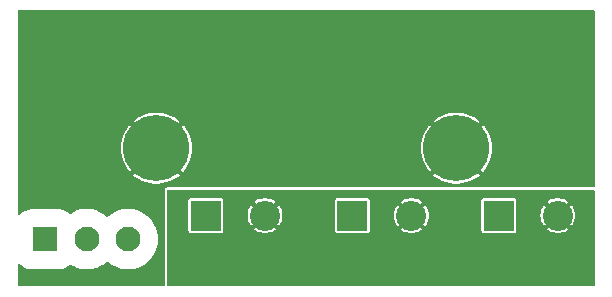
<source format=gbr>
%TF.GenerationSoftware,KiCad,Pcbnew,8.0.8*%
%TF.CreationDate,2025-03-09T17:27:28+01:00*%
%TF.ProjectId,02-dual-high-current-switch,30322d64-7561-46c2-9d68-6967682d6375,rev?*%
%TF.SameCoordinates,Original*%
%TF.FileFunction,Copper,L1,Top*%
%TF.FilePolarity,Positive*%
%FSLAX46Y46*%
G04 Gerber Fmt 4.6, Leading zero omitted, Abs format (unit mm)*
G04 Created by KiCad (PCBNEW 8.0.8) date 2025-03-09 17:27:28*
%MOMM*%
%LPD*%
G01*
G04 APERTURE LIST*
%TA.AperFunction,ComponentPad*%
%ADD10R,2.550000X2.550000*%
%TD*%
%TA.AperFunction,ComponentPad*%
%ADD11C,2.550000*%
%TD*%
%TA.AperFunction,ComponentPad*%
%ADD12R,2.100000X2.100000*%
%TD*%
%TA.AperFunction,ComponentPad*%
%ADD13C,2.100000*%
%TD*%
%TA.AperFunction,ComponentPad*%
%ADD14C,5.600000*%
%TD*%
%TA.AperFunction,ViaPad*%
%ADD15C,0.600000*%
%TD*%
G04 APERTURE END LIST*
D10*
%TO.P,J4,1,Pin_1*%
%TO.N,Net-(D3-A)*%
X194400000Y-132700000D03*
D11*
%TO.P,J4,2,Pin_2*%
%TO.N,+24V*%
X199400000Y-132700000D03*
%TD*%
D10*
%TO.P,J1,1,Pin_1*%
%TO.N,GND*%
X206800000Y-132700000D03*
D11*
%TO.P,J1,2,Pin_2*%
%TO.N,+24V*%
X211800000Y-132700000D03*
%TD*%
D10*
%TO.P,J3,1,Pin_1*%
%TO.N,Net-(D2-A)*%
X182000000Y-132700000D03*
D11*
%TO.P,J3,2,Pin_2*%
%TO.N,+24V*%
X187000000Y-132700000D03*
%TD*%
D12*
%TO.P,J2,1,Pin_1*%
%TO.N,Net-(J2-Pin_1)*%
X168397500Y-134700000D03*
D13*
%TO.P,J2,2,Pin_2*%
%TO.N,Net-(J2-Pin_2)*%
X171897500Y-134700000D03*
%TO.P,J2,3,Pin_3*%
%TO.N,Net-(J2-Pin_3)*%
X175397500Y-134700000D03*
%TD*%
D14*
%TO.P,H4,1,1*%
%TO.N,GND*%
X203200000Y-127000000D03*
%TD*%
%TO.P,H2,1,1*%
%TO.N,GND*%
X177800000Y-127000000D03*
%TD*%
D15*
%TO.N,GND*%
X201700000Y-120700000D03*
X189100000Y-120700000D03*
%TD*%
%TA.AperFunction,Conductor*%
%TO.N,+24V*%
G36*
X214858691Y-130518907D02*
G01*
X214894655Y-130568407D01*
X214899500Y-130599000D01*
X214899500Y-138600500D01*
X214880593Y-138658691D01*
X214831093Y-138694655D01*
X214800500Y-138699500D01*
X178799000Y-138699500D01*
X178740809Y-138680593D01*
X178704845Y-138631093D01*
X178700000Y-138600500D01*
X178700000Y-131405253D01*
X180524500Y-131405253D01*
X180524500Y-133994746D01*
X180524501Y-133994758D01*
X180536132Y-134053227D01*
X180536134Y-134053233D01*
X180580445Y-134119548D01*
X180580448Y-134119552D01*
X180646769Y-134163867D01*
X180691231Y-134172711D01*
X180705241Y-134175498D01*
X180705246Y-134175498D01*
X180705252Y-134175500D01*
X180705253Y-134175500D01*
X183294747Y-134175500D01*
X183294748Y-134175500D01*
X183353231Y-134163867D01*
X183419552Y-134119552D01*
X183463867Y-134053231D01*
X183475500Y-133994748D01*
X183475500Y-132700000D01*
X185519945Y-132700000D01*
X185540130Y-132943607D01*
X185600138Y-133180573D01*
X185698329Y-133404427D01*
X185698332Y-133404432D01*
X185822567Y-133594587D01*
X186273891Y-133143262D01*
X186339762Y-133241844D01*
X186458156Y-133360238D01*
X186556734Y-133426105D01*
X186107994Y-133874845D01*
X186107995Y-133874846D01*
X186190483Y-133939049D01*
X186190486Y-133939051D01*
X186405465Y-134055393D01*
X186636669Y-134134766D01*
X186877778Y-134175000D01*
X187122222Y-134175000D01*
X187363330Y-134134766D01*
X187594534Y-134055393D01*
X187809513Y-133939051D01*
X187809517Y-133939048D01*
X187892003Y-133874846D01*
X187443263Y-133426106D01*
X187541844Y-133360238D01*
X187660238Y-133241844D01*
X187726107Y-133143263D01*
X188177431Y-133594587D01*
X188301667Y-133404432D01*
X188301670Y-133404427D01*
X188399861Y-133180573D01*
X188459869Y-132943607D01*
X188480054Y-132700000D01*
X188459869Y-132456392D01*
X188399861Y-132219426D01*
X188301670Y-131995572D01*
X188301667Y-131995567D01*
X188177431Y-131805411D01*
X187726106Y-132256735D01*
X187660238Y-132158156D01*
X187541844Y-132039762D01*
X187443262Y-131973892D01*
X187892003Y-131525152D01*
X187809516Y-131460950D01*
X187809513Y-131460948D01*
X187706599Y-131405253D01*
X192924500Y-131405253D01*
X192924500Y-133994746D01*
X192924501Y-133994758D01*
X192936132Y-134053227D01*
X192936134Y-134053233D01*
X192980445Y-134119548D01*
X192980448Y-134119552D01*
X193046769Y-134163867D01*
X193091231Y-134172711D01*
X193105241Y-134175498D01*
X193105246Y-134175498D01*
X193105252Y-134175500D01*
X193105253Y-134175500D01*
X195694747Y-134175500D01*
X195694748Y-134175500D01*
X195753231Y-134163867D01*
X195819552Y-134119552D01*
X195863867Y-134053231D01*
X195875500Y-133994748D01*
X195875500Y-132700000D01*
X197919945Y-132700000D01*
X197940130Y-132943607D01*
X198000138Y-133180573D01*
X198098329Y-133404427D01*
X198098332Y-133404432D01*
X198222567Y-133594587D01*
X198673891Y-133143262D01*
X198739762Y-133241844D01*
X198858156Y-133360238D01*
X198956734Y-133426105D01*
X198507994Y-133874845D01*
X198507995Y-133874846D01*
X198590483Y-133939049D01*
X198590486Y-133939051D01*
X198805465Y-134055393D01*
X199036669Y-134134766D01*
X199277778Y-134175000D01*
X199522222Y-134175000D01*
X199763330Y-134134766D01*
X199994534Y-134055393D01*
X200209513Y-133939051D01*
X200209517Y-133939048D01*
X200292003Y-133874846D01*
X199843263Y-133426106D01*
X199941844Y-133360238D01*
X200060238Y-133241844D01*
X200126107Y-133143263D01*
X200577431Y-133594587D01*
X200701667Y-133404432D01*
X200701670Y-133404427D01*
X200799861Y-133180573D01*
X200859869Y-132943607D01*
X200880054Y-132700000D01*
X200859869Y-132456392D01*
X200799861Y-132219426D01*
X200701670Y-131995572D01*
X200701667Y-131995567D01*
X200577431Y-131805411D01*
X200126106Y-132256735D01*
X200060238Y-132158156D01*
X199941844Y-132039762D01*
X199843262Y-131973892D01*
X200292003Y-131525152D01*
X200209516Y-131460950D01*
X200209513Y-131460948D01*
X200106599Y-131405253D01*
X205324500Y-131405253D01*
X205324500Y-133994746D01*
X205324501Y-133994758D01*
X205336132Y-134053227D01*
X205336134Y-134053233D01*
X205380445Y-134119548D01*
X205380448Y-134119552D01*
X205446769Y-134163867D01*
X205491231Y-134172711D01*
X205505241Y-134175498D01*
X205505246Y-134175498D01*
X205505252Y-134175500D01*
X205505253Y-134175500D01*
X208094747Y-134175500D01*
X208094748Y-134175500D01*
X208153231Y-134163867D01*
X208219552Y-134119552D01*
X208263867Y-134053231D01*
X208275500Y-133994748D01*
X208275500Y-132700000D01*
X210319945Y-132700000D01*
X210340130Y-132943607D01*
X210400138Y-133180573D01*
X210498329Y-133404427D01*
X210498332Y-133404432D01*
X210622567Y-133594587D01*
X211073891Y-133143262D01*
X211139762Y-133241844D01*
X211258156Y-133360238D01*
X211356734Y-133426105D01*
X210907994Y-133874845D01*
X210907995Y-133874846D01*
X210990483Y-133939049D01*
X210990486Y-133939051D01*
X211205465Y-134055393D01*
X211436669Y-134134766D01*
X211677778Y-134175000D01*
X211922222Y-134175000D01*
X212163330Y-134134766D01*
X212394534Y-134055393D01*
X212609513Y-133939051D01*
X212609517Y-133939048D01*
X212692003Y-133874846D01*
X212243263Y-133426106D01*
X212341844Y-133360238D01*
X212460238Y-133241844D01*
X212526107Y-133143263D01*
X212977431Y-133594587D01*
X213101667Y-133404432D01*
X213101670Y-133404427D01*
X213199861Y-133180573D01*
X213259869Y-132943607D01*
X213280054Y-132700000D01*
X213259869Y-132456392D01*
X213199861Y-132219426D01*
X213101670Y-131995572D01*
X213101667Y-131995567D01*
X212977431Y-131805411D01*
X212526106Y-132256735D01*
X212460238Y-132158156D01*
X212341844Y-132039762D01*
X212243262Y-131973892D01*
X212692003Y-131525152D01*
X212609516Y-131460950D01*
X212609513Y-131460948D01*
X212394534Y-131344606D01*
X212163330Y-131265233D01*
X211922222Y-131225000D01*
X211677778Y-131225000D01*
X211436669Y-131265233D01*
X211205465Y-131344606D01*
X210990489Y-131460947D01*
X210907995Y-131525152D01*
X211356736Y-131973892D01*
X211258156Y-132039762D01*
X211139762Y-132158156D01*
X211073892Y-132256736D01*
X210622568Y-131805412D01*
X210498329Y-131995574D01*
X210400138Y-132219426D01*
X210340130Y-132456392D01*
X210319945Y-132700000D01*
X208275500Y-132700000D01*
X208275500Y-131405252D01*
X208263867Y-131346769D01*
X208219552Y-131280448D01*
X208196782Y-131265233D01*
X208153233Y-131236134D01*
X208153231Y-131236133D01*
X208153228Y-131236132D01*
X208153227Y-131236132D01*
X208094758Y-131224501D01*
X208094748Y-131224500D01*
X205505252Y-131224500D01*
X205505251Y-131224500D01*
X205505241Y-131224501D01*
X205446772Y-131236132D01*
X205446766Y-131236134D01*
X205380451Y-131280445D01*
X205380445Y-131280451D01*
X205336134Y-131346766D01*
X205336132Y-131346772D01*
X205324501Y-131405241D01*
X205324500Y-131405253D01*
X200106599Y-131405253D01*
X199994534Y-131344606D01*
X199763330Y-131265233D01*
X199522222Y-131225000D01*
X199277778Y-131225000D01*
X199036669Y-131265233D01*
X198805465Y-131344606D01*
X198590489Y-131460947D01*
X198507995Y-131525152D01*
X198956736Y-131973892D01*
X198858156Y-132039762D01*
X198739762Y-132158156D01*
X198673892Y-132256736D01*
X198222568Y-131805412D01*
X198098329Y-131995574D01*
X198000138Y-132219426D01*
X197940130Y-132456392D01*
X197919945Y-132700000D01*
X195875500Y-132700000D01*
X195875500Y-131405252D01*
X195863867Y-131346769D01*
X195819552Y-131280448D01*
X195796782Y-131265233D01*
X195753233Y-131236134D01*
X195753231Y-131236133D01*
X195753228Y-131236132D01*
X195753227Y-131236132D01*
X195694758Y-131224501D01*
X195694748Y-131224500D01*
X193105252Y-131224500D01*
X193105251Y-131224500D01*
X193105241Y-131224501D01*
X193046772Y-131236132D01*
X193046766Y-131236134D01*
X192980451Y-131280445D01*
X192980445Y-131280451D01*
X192936134Y-131346766D01*
X192936132Y-131346772D01*
X192924501Y-131405241D01*
X192924500Y-131405253D01*
X187706599Y-131405253D01*
X187594534Y-131344606D01*
X187363330Y-131265233D01*
X187122222Y-131225000D01*
X186877778Y-131225000D01*
X186636669Y-131265233D01*
X186405465Y-131344606D01*
X186190489Y-131460947D01*
X186107995Y-131525152D01*
X186556736Y-131973892D01*
X186458156Y-132039762D01*
X186339762Y-132158156D01*
X186273892Y-132256736D01*
X185822568Y-131805412D01*
X185698329Y-131995574D01*
X185600138Y-132219426D01*
X185540130Y-132456392D01*
X185519945Y-132700000D01*
X183475500Y-132700000D01*
X183475500Y-131405252D01*
X183463867Y-131346769D01*
X183419552Y-131280448D01*
X183396782Y-131265233D01*
X183353233Y-131236134D01*
X183353231Y-131236133D01*
X183353228Y-131236132D01*
X183353227Y-131236132D01*
X183294758Y-131224501D01*
X183294748Y-131224500D01*
X180705252Y-131224500D01*
X180705251Y-131224500D01*
X180705241Y-131224501D01*
X180646772Y-131236132D01*
X180646766Y-131236134D01*
X180580451Y-131280445D01*
X180580445Y-131280451D01*
X180536134Y-131346766D01*
X180536132Y-131346772D01*
X180524501Y-131405241D01*
X180524500Y-131405253D01*
X178700000Y-131405253D01*
X178700000Y-130599000D01*
X178718907Y-130540809D01*
X178768407Y-130504845D01*
X178799000Y-130500000D01*
X214800500Y-130500000D01*
X214858691Y-130518907D01*
G37*
%TD.AperFunction*%
%TD*%
%TA.AperFunction,Conductor*%
%TO.N,GND*%
G36*
X214858691Y-115319407D02*
G01*
X214894655Y-115368907D01*
X214899500Y-115399500D01*
X214899500Y-130195500D01*
X214880593Y-130253691D01*
X214831093Y-130289655D01*
X214800500Y-130294500D01*
X178799000Y-130294500D01*
X178766856Y-130297030D01*
X178736206Y-130301883D01*
X178731718Y-130302646D01*
X178731713Y-130302647D01*
X178647617Y-130338591D01*
X178598118Y-130374555D01*
X178570372Y-130398797D01*
X178523464Y-130477307D01*
X178523462Y-130477310D01*
X178504556Y-130535499D01*
X178494500Y-130598996D01*
X178494500Y-138600500D01*
X178475593Y-138658691D01*
X178426093Y-138694655D01*
X178395500Y-138699500D01*
X166199500Y-138699500D01*
X166141309Y-138680593D01*
X166105345Y-138631093D01*
X166100500Y-138600500D01*
X166100500Y-136869418D01*
X166119407Y-136811227D01*
X166168907Y-136775263D01*
X166230093Y-136775263D01*
X166275044Y-136805434D01*
X166282850Y-136814650D01*
X166331990Y-136856270D01*
X166472603Y-136975364D01*
X166472608Y-136975367D01*
X166686221Y-137102653D01*
X166686224Y-137102654D01*
X166686227Y-137102656D01*
X166917886Y-137193050D01*
X167161263Y-137244081D01*
X167264658Y-137250500D01*
X167264669Y-137250500D01*
X169530331Y-137250500D01*
X169530342Y-137250500D01*
X169633737Y-137244081D01*
X169877114Y-137193050D01*
X170108773Y-137102656D01*
X170322394Y-136975366D01*
X170435640Y-136879450D01*
X170492263Y-136856270D01*
X170547316Y-136868241D01*
X170711473Y-136958486D01*
X170809403Y-137012324D01*
X170809404Y-137012324D01*
X170809409Y-137012327D01*
X170961072Y-137072374D01*
X171107794Y-137130466D01*
X171418639Y-137210277D01*
X171737036Y-137250500D01*
X172057964Y-137250500D01*
X172376361Y-137210277D01*
X172687206Y-137130466D01*
X172934188Y-137032678D01*
X172985595Y-137012325D01*
X172985597Y-137012324D01*
X173266828Y-136857716D01*
X173526464Y-136669080D01*
X173579730Y-136619059D01*
X173635092Y-136593009D01*
X173695194Y-136604474D01*
X173715269Y-136619059D01*
X173768536Y-136669080D01*
X174028172Y-136857716D01*
X174028179Y-136857719D01*
X174028182Y-136857722D01*
X174309401Y-137012323D01*
X174309404Y-137012325D01*
X174458598Y-137071395D01*
X174607794Y-137130466D01*
X174918639Y-137210277D01*
X175237036Y-137250500D01*
X175557964Y-137250500D01*
X175876361Y-137210277D01*
X176187206Y-137130466D01*
X176434188Y-137032678D01*
X176485595Y-137012325D01*
X176485597Y-137012324D01*
X176766828Y-136857716D01*
X177026464Y-136669080D01*
X177260411Y-136449390D01*
X177464978Y-136202110D01*
X177636939Y-135931142D01*
X177773584Y-135640758D01*
X177872756Y-135335538D01*
X177932892Y-135020294D01*
X177953043Y-134700000D01*
X177932892Y-134379706D01*
X177872756Y-134064462D01*
X177773584Y-133759242D01*
X177636939Y-133468858D01*
X177636935Y-133468853D01*
X177636931Y-133468844D01*
X177464978Y-133197890D01*
X177260416Y-132950616D01*
X177260406Y-132950605D01*
X177026466Y-132730922D01*
X177026464Y-132730920D01*
X176766828Y-132542284D01*
X176766822Y-132542280D01*
X176766817Y-132542277D01*
X176485598Y-132387676D01*
X176485595Y-132387674D01*
X176187206Y-132269534D01*
X175876361Y-132189723D01*
X175876354Y-132189722D01*
X175876358Y-132189722D01*
X175557964Y-132149500D01*
X175237036Y-132149500D01*
X174918643Y-132189722D01*
X174607793Y-132269534D01*
X174309404Y-132387674D01*
X174309401Y-132387676D01*
X174028182Y-132542277D01*
X174028173Y-132542283D01*
X174028172Y-132542284D01*
X173968897Y-132585350D01*
X173768533Y-132730922D01*
X173715270Y-132780939D01*
X173659907Y-132806990D01*
X173599806Y-132795525D01*
X173579730Y-132780939D01*
X173526466Y-132730922D01*
X173526464Y-132730920D01*
X173266828Y-132542284D01*
X173266822Y-132542280D01*
X173266817Y-132542277D01*
X172985598Y-132387676D01*
X172985595Y-132387674D01*
X172687206Y-132269534D01*
X172376361Y-132189723D01*
X172376354Y-132189722D01*
X172376358Y-132189722D01*
X172057964Y-132149500D01*
X171737036Y-132149500D01*
X171418643Y-132189722D01*
X171107793Y-132269534D01*
X170809409Y-132387672D01*
X170547317Y-132531758D01*
X170487216Y-132543222D01*
X170435640Y-132520548D01*
X170322396Y-132424635D01*
X170322391Y-132424632D01*
X170108778Y-132297346D01*
X170108764Y-132297340D01*
X169877116Y-132206950D01*
X169633736Y-132155918D01*
X169530351Y-132149500D01*
X169530342Y-132149500D01*
X167264658Y-132149500D01*
X167264648Y-132149500D01*
X167161263Y-132155918D01*
X166917883Y-132206950D01*
X166686235Y-132297340D01*
X166686221Y-132297346D01*
X166472608Y-132424632D01*
X166472603Y-132424635D01*
X166282855Y-132585345D01*
X166282843Y-132585357D01*
X166275044Y-132594566D01*
X166223007Y-132626750D01*
X166161991Y-132622200D01*
X166115302Y-132582655D01*
X166100500Y-132530581D01*
X166100500Y-127000000D01*
X174794916Y-127000000D01*
X174815235Y-127348871D01*
X174875917Y-127693015D01*
X174976144Y-128027798D01*
X174976145Y-128027800D01*
X175114556Y-128348672D01*
X175114559Y-128348679D01*
X175289288Y-128651319D01*
X175289290Y-128651322D01*
X175497969Y-128931626D01*
X175497973Y-128931632D01*
X175540474Y-128976680D01*
X176535502Y-127981651D01*
X176579588Y-128042330D01*
X176757670Y-128220412D01*
X176818346Y-128264495D01*
X175824370Y-129258472D01*
X176005493Y-129410451D01*
X176297452Y-129602476D01*
X176609744Y-129759315D01*
X176609748Y-129759316D01*
X176938136Y-129878840D01*
X177278162Y-129959428D01*
X177625273Y-130000000D01*
X177974727Y-130000000D01*
X178321837Y-129959428D01*
X178661863Y-129878840D01*
X178990251Y-129759316D01*
X178990255Y-129759315D01*
X179302547Y-129602476D01*
X179594509Y-129410449D01*
X179594514Y-129410445D01*
X179775628Y-129258472D01*
X178781652Y-128264496D01*
X178842330Y-128220412D01*
X179020412Y-128042330D01*
X179064496Y-127981652D01*
X180059524Y-128976680D01*
X180102025Y-128931633D01*
X180102030Y-128931627D01*
X180310709Y-128651322D01*
X180310711Y-128651319D01*
X180485440Y-128348679D01*
X180485443Y-128348672D01*
X180623854Y-128027800D01*
X180623855Y-128027798D01*
X180724082Y-127693015D01*
X180784764Y-127348871D01*
X180805083Y-127000000D01*
X200194916Y-127000000D01*
X200215235Y-127348871D01*
X200275917Y-127693015D01*
X200376144Y-128027798D01*
X200376145Y-128027800D01*
X200514556Y-128348672D01*
X200514559Y-128348679D01*
X200689288Y-128651319D01*
X200689290Y-128651322D01*
X200897969Y-128931626D01*
X200897973Y-128931632D01*
X200940474Y-128976680D01*
X201935502Y-127981651D01*
X201979588Y-128042330D01*
X202157670Y-128220412D01*
X202218346Y-128264495D01*
X201224370Y-129258472D01*
X201405493Y-129410451D01*
X201697452Y-129602476D01*
X202009744Y-129759315D01*
X202009748Y-129759316D01*
X202338136Y-129878840D01*
X202678162Y-129959428D01*
X203025273Y-130000000D01*
X203374727Y-130000000D01*
X203721837Y-129959428D01*
X204061863Y-129878840D01*
X204390251Y-129759316D01*
X204390255Y-129759315D01*
X204702547Y-129602476D01*
X204994509Y-129410449D01*
X204994514Y-129410445D01*
X205175628Y-129258472D01*
X204181652Y-128264496D01*
X204242330Y-128220412D01*
X204420412Y-128042330D01*
X204464496Y-127981652D01*
X205459524Y-128976680D01*
X205502025Y-128931633D01*
X205502030Y-128931627D01*
X205710709Y-128651322D01*
X205710711Y-128651319D01*
X205885440Y-128348679D01*
X205885443Y-128348672D01*
X206023854Y-128027800D01*
X206023855Y-128027798D01*
X206124082Y-127693015D01*
X206184764Y-127348871D01*
X206205083Y-127000000D01*
X206184764Y-126651128D01*
X206124082Y-126306984D01*
X206023855Y-125972201D01*
X206023854Y-125972199D01*
X205885443Y-125651327D01*
X205885440Y-125651320D01*
X205710711Y-125348680D01*
X205710709Y-125348677D01*
X205502030Y-125068373D01*
X205502026Y-125068367D01*
X205459524Y-125023318D01*
X204464495Y-126018346D01*
X204420412Y-125957670D01*
X204242330Y-125779588D01*
X204181651Y-125735502D01*
X205175628Y-124741526D01*
X204994506Y-124589548D01*
X204702547Y-124397523D01*
X204390255Y-124240684D01*
X204390251Y-124240683D01*
X204061863Y-124121159D01*
X203721837Y-124040571D01*
X203374727Y-124000000D01*
X203025273Y-124000000D01*
X202678162Y-124040571D01*
X202338136Y-124121159D01*
X202009748Y-124240683D01*
X202009744Y-124240684D01*
X201697452Y-124397523D01*
X201405493Y-124589548D01*
X201224370Y-124741526D01*
X202218347Y-125735503D01*
X202157670Y-125779588D01*
X201979588Y-125957670D01*
X201935503Y-126018347D01*
X200940474Y-125023318D01*
X200897974Y-125068366D01*
X200897968Y-125068374D01*
X200689290Y-125348677D01*
X200689288Y-125348680D01*
X200514559Y-125651320D01*
X200514556Y-125651327D01*
X200376145Y-125972199D01*
X200376144Y-125972201D01*
X200275917Y-126306984D01*
X200215235Y-126651128D01*
X200194916Y-127000000D01*
X180805083Y-127000000D01*
X180784764Y-126651128D01*
X180724082Y-126306984D01*
X180623855Y-125972201D01*
X180623854Y-125972199D01*
X180485443Y-125651327D01*
X180485440Y-125651320D01*
X180310711Y-125348680D01*
X180310709Y-125348677D01*
X180102030Y-125068373D01*
X180102026Y-125068367D01*
X180059524Y-125023318D01*
X179064495Y-126018346D01*
X179020412Y-125957670D01*
X178842330Y-125779588D01*
X178781651Y-125735502D01*
X179775628Y-124741526D01*
X179594506Y-124589548D01*
X179302547Y-124397523D01*
X178990255Y-124240684D01*
X178990251Y-124240683D01*
X178661863Y-124121159D01*
X178321837Y-124040571D01*
X177974727Y-124000000D01*
X177625273Y-124000000D01*
X177278162Y-124040571D01*
X176938136Y-124121159D01*
X176609748Y-124240683D01*
X176609744Y-124240684D01*
X176297452Y-124397523D01*
X176005493Y-124589548D01*
X175824370Y-124741526D01*
X176818347Y-125735503D01*
X176757670Y-125779588D01*
X176579588Y-125957670D01*
X176535503Y-126018347D01*
X175540474Y-125023318D01*
X175497974Y-125068366D01*
X175497968Y-125068374D01*
X175289290Y-125348677D01*
X175289288Y-125348680D01*
X175114559Y-125651320D01*
X175114556Y-125651327D01*
X174976145Y-125972199D01*
X174976144Y-125972201D01*
X174875917Y-126306984D01*
X174815235Y-126651128D01*
X174794916Y-127000000D01*
X166100500Y-127000000D01*
X166100500Y-115399500D01*
X166119407Y-115341309D01*
X166168907Y-115305345D01*
X166199500Y-115300500D01*
X214800500Y-115300500D01*
X214858691Y-115319407D01*
G37*
%TD.AperFunction*%
%TD*%
M02*

</source>
